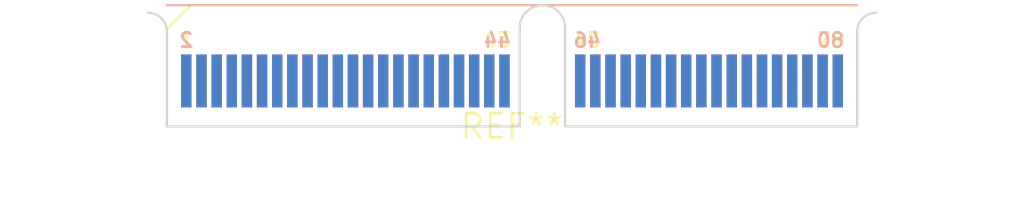
<source format=kicad_pcb>
(kicad_pcb (version 20240108) (generator pcbnew)
  (layers (0 "F.Cu" signal) (31 "B.Cu" signal) (34 "B.Paste" user) (35 "F.Paste" user) (36 "B.SilkS" user "B.Silkscreen") (37 "F.SilkS" user "F.Silkscreen") (38 "B.Mask" user) (39 "F.Mask" user) (44 "Edge.Cuts" user))
  (net 0 "")
  (footprint "Samtec_HSEC8-140-X-X-DV_2x40_P0.8mm_Wing_Edge" (layer "F.Cu") (at 0 0)
    (property "Reference" "REF**")
    (property "Value" "Samtec_HSEC8-140-X-X-DV_2x40_P0.8mm_Wing_Edge")
    (fp_line (start -18.225 -6.4) (end -18.225 -6.4) (layer "B.SilkS") (stroke (width 0.12)))
    (fp_line (start -18.225 -6.4) (end 18.225 -6.4) (layer "B.SilkS") (stroke (width 0.12)))
    (fp_line (start -18.225 -5.13) (end -16.955 -6.4) (layer "F.SilkS") (stroke (width 0.12)))
    (fp_line (start -16.955 -6.4) (end 18.225 -6.4) (layer "F.SilkS") (stroke (width 0.12)))
    (fp_line (start -18.225 -5) (end -18.225 0) (layer "Edge.Cuts") (stroke (width 0.12)))
    (fp_line (start -18.225 0) (end 0.405 0) (layer "Edge.Cuts") (stroke (width 0.12)))
    (fp_line (start 0.405 0) (end 0.405 -5.2) (layer "Edge.Cuts") (stroke (width 0.12)))
    (fp_line (start 2.805 -5.2) (end 2.805 0) (layer "Edge.Cuts") (stroke (width 0.12)))
    (fp_line (start 2.805 0) (end 18.225 0) (layer "Edge.Cuts") (stroke (width 0.12)))
    (fp_line (start 18.225 0) (end 18.225 -5) (layer "Edge.Cuts") (stroke (width 0.12)))
    (fp_arc (start -19.225 -6) (mid -18.517893 -5.707107) (end -18.225 -5) (layer "Edge.Cuts") (stroke (width 0.12)))
    (fp_arc (start 0.405 -5.2) (mid 1.605 -6.4) (end 2.805 -5.2) (layer "Edge.Cuts") (stroke (width 0.12)))
    (fp_arc (start 18.225 -5) (mid 18.517893 -5.707107) (end 19.225 -6) (layer "Edge.Cuts") (stroke (width 0.12)))
    (fp_text user "2" (at -17.2 -4.55 0) (layer "B.SilkS") (effects (font (size 0.75 0.75)) (justify mirror)))
    (fp_text user "80" (at 16.825 -4.55 0) (layer "B.SilkS") (effects (font (size 0.75 0.75)) (justify mirror)))
    (fp_text user "44" (at -0.775 -4.55 0) (layer "B.SilkS") (effects (font (size 0.75 0.75)) (justify mirror)))
    (fp_text user "46" (at 3.975 -4.55 0) (layer "B.SilkS") (effects (font (size 0.75 0.75)) (justify mirror)))
    (fp_text user "1" (at -17.2 -4.55 0) (layer "F.SilkS") (effects (font (size 0.75 0.75))))
    (fp_text user "79" (at 16.825 -4.55 0) (layer "F.SilkS") (effects (font (size 0.75 0.75))))
    (fp_text user "43" (at -0.775 -4.55 0) (layer "F.SilkS") (effects (font (size 0.75 0.75))))
    (fp_text user "45" (at 3.975 -4.55 0) (layer "F.SilkS") (effects (font (size 0.75 0.75))))
    (pad "1" connect rect (at -17.2 -2.4) (size 0.55 2.8) (layers "F.Cu" "F.Mask"))
    (pad "2" connect rect (at -17.2 -2.4) (size 0.55 2.8) (layers "B.Cu" "B.Mask"))
    (pad "3" connect rect (at -16.4 -2.4) (size 0.55 2.8) (layers "F.Cu" "F.Mask"))
    (pad "4" connect rect (at -16.4 -2.4) (size 0.55 2.8) (layers "B.Cu" "B.Mask"))
    (pad "5" connect rect (at -15.6 -2.4) (size 0.55 2.8) (layers "F.Cu" "F.Mask"))
    (pad "6" connect rect (at -15.6 -2.4) (size 0.55 2.8) (layers "B.Cu" "B.Mask"))
    (pad "7" connect rect (at -14.8 -2.4) (size 0.55 2.8) (layers "F.Cu" "F.Mask"))
    (pad "8" connect rect (at -14.8 -2.4) (size 0.55 2.8) (layers "B.Cu" "B.Mask"))
    (pad "9" connect rect (at -14 -2.4) (size 0.55 2.8) (layers "F.Cu" "F.Mask"))
    (pad "10" connect rect (at -14 -2.4) (size 0.55 2.8) (layers "B.Cu" "B.Mask"))
    (pad "11" connect rect (at -13.2 -2.4) (size 0.55 2.8) (layers "F.Cu" "F.Mask"))
    (pad "12" connect rect (at -13.2 -2.4) (size 0.55 2.8) (layers "B.Cu" "B.Mask"))
    (pad "13" connect rect (at -12.4 -2.4) (size 0.55 2.8) (layers "F.Cu" "F.Mask"))
    (pad "14" connect rect (at -12.4 -2.4) (size 0.55 2.8) (layers "B.Cu" "B.Mask"))
    (pad "15" connect rect (at -11.6 -2.4) (size 0.55 2.8) (layers "F.Cu" "F.Mask"))
    (pad "16" connect rect (at -11.6 -2.4) (size 0.55 2.8) (layers "B.Cu" "B.Mask"))
    (pad "17" connect rect (at -10.8 -2.4) (size 0.55 2.8) (layers "F.Cu" "F.Mask"))
    (pad "18" connect rect (at -10.8 -2.4) (size 0.55 2.8) (layers "B.Cu" "B.Mask"))
    (pad "19" connect rect (at -10 -2.4) (size 0.55 2.8) (layers "F.Cu" "F.Mask"))
    (pad "20" connect rect (at -10 -2.4) (size 0.55 2.8) (layers "B.Cu" "B.Mask"))
    (pad "21" connect rect (at -9.2 -2.4) (size 0.55 2.8) (layers "F.Cu" "F.Mask"))
    (pad "22" connect rect (at -9.2 -2.4) (size 0.55 2.8) (layers "B.Cu" "B.Mask"))
    (pad "23" connect rect (at -8.4 -2.4) (size 0.55 2.8) (layers "F.Cu" "F.Mask"))
    (pad "24" connect rect (at -8.4 -2.4) (size 0.55 2.8) (layers "B.Cu" "B.Mask"))
    (pad "25" connect rect (at -7.6 -2.4) (size 0.55 2.8) (layers "F.Cu" "F.Mask"))
    (pad "26" connect rect (at -7.6 -2.4) (size 0.55 2.8) (layers "B.Cu" "B.Mask"))
    (pad "27" connect rect (at -6.8 -2.4) (size 0.55 2.8) (layers "F.Cu" "F.Mask"))
    (pad "28" connect rect (at -6.8 -2.4) (size 0.55 2.8) (layers "B.Cu" "B.Mask"))
    (pad "29" connect rect (at -6 -2.4) (size 0.55 2.8) (layers "F.Cu" "F.Mask"))
    (pad "30" connect rect (at -6 -2.4) (size 0.55 2.8) (layers "B.Cu" "B.Mask"))
    (pad "31" connect rect (at -5.2 -2.4) (size 0.55 2.8) (layers "F.Cu" "F.Mask"))
    (pad "32" connect rect (at -5.2 -2.4) (size 0.55 2.8) (layers "B.Cu" "B.Mask"))
    (pad "33" connect rect (at -4.4 -2.4) (size 0.55 2.8) (layers "F.Cu" "F.Mask"))
    (pad "34" connect rect (at -4.4 -2.4) (size 0.55 2.8) (layers "B.Cu" "B.Mask"))
    (pad "35" connect rect (at -3.6 -2.4) (size 0.55 2.8) (layers "F.Cu" "F.Mask"))
    (pad "36" connect rect (at -3.6 -2.4) (size 0.55 2.8) (layers "B.Cu" "B.Mask"))
    (pad "37" connect rect (at -2.8 -2.4) (size 0.55 2.8) (layers "F.Cu" "F.Mask"))
    (pad "38" connect rect (at -2.8 -2.4) (size 0.55 2.8) (layers "B.Cu" "B.Mask"))
    (pad "39" connect rect (at -2 -2.4) (size 0.55 2.8) (layers "F.Cu" "F.Mask"))
    (pad "40" connect rect (at -2 -2.4) (size 0.55 2.8) (layers "B.Cu" "B.Mask"))
    (pad "41" connect rect (at -1.2 -2.4) (size 0.55 2.8) (layers "F.Cu" "F.Mask"))
    (pad "42" connect rect (at -1.2 -2.4) (size 0.55 2.8) (layers "B.Cu" "B.Mask"))
    (pad "43" connect rect (at -0.4 -2.4) (size 0.55 2.8) (layers "F.Cu" "F.Mask"))
    (pad "44" connect rect (at -0.4 -2.4) (size 0.55 2.8) (layers "B.Cu" "B.Mask"))
    (pad "45" connect rect (at 3.6 -2.4) (size 0.55 2.8) (layers "F.Cu" "F.Mask"))
    (pad "46" connect rect (at 3.6 -2.4) (size 0.55 2.8) (layers "B.Cu" "B.Mask"))
    (pad "47" connect rect (at 4.4 -2.4) (size 0.55 2.8) (layers "F.Cu" "F.Mask"))
    (pad "48" connect rect (at 4.4 -2.4) (size 0.55 2.8) (layers "B.Cu" "B.Mask"))
    (pad "49" connect rect (at 5.2 -2.4) (size 0.55 2.8) (layers "F.Cu" "F.Mask"))
    (pad "50" connect rect (at 5.2 -2.4) (size 0.55 2.8) (layers "B.Cu" "B.Mask"))
    (pad "51" connect rect (at 6 -2.4) (size 0.55 2.8) (layers "F.Cu" "F.Mask"))
    (pad "52" connect rect (at 6 -2.4) (size 0.55 2.8) (layers "B.Cu" "B.Mask"))
    (pad "53" connect rect (at 6.8 -2.4) (size 0.55 2.8) (layers "F.Cu" "F.Mask"))
    (pad "54" connect rect (at 6.8 -2.4) (size 0.55 2.8) (layers "B.Cu" "B.Mask"))
    (pad "55" connect rect (at 7.6 -2.4) (size 0.55 2.8) (layers "F.Cu" "F.Mask"))
    (pad "56" connect rect (at 7.6 -2.4) (size 0.55 2.8) (layers "B.Cu" "B.Mask"))
    (pad "57" connect rect (at 8.4 -2.4) (size 0.55 2.8) (layers "F.Cu" "F.Mask"))
    (pad "58" connect rect (at 8.4 -2.4) (size 0.55 2.8) (layers "B.Cu" "B.Mask"))
    (pad "59" connect rect (at 9.2 -2.4) (size 0.55 2.8) (layers "F.Cu" "F.Mask"))
    (pad "60" connect rect (at 9.2 -2.4) (size 0.55 2.8) (layers "B.Cu" "B.Mask"))
    (pad "61" connect rect (at 10 -2.4) (size 0.55 2.8) (layers "F.Cu" "F.Mask"))
    (pad "62" connect rect (at 10 -2.4) (size 0.55 2.8) (layers "B.Cu" "B.Mask"))
    (pad "63" connect rect (at 10.8 -2.4) (size 0.55 2.8) (layers "F.Cu" "F.Mask"))
    (pad "64" connect rect (at 10.8 -2.4) (size 0.55 2.8) (layers "B.Cu" "B.Mask"))
    (pad "65" connect rect (at 11.6 -2.4) (size 0.55 2.8) (layers "F.Cu" "F.Mask"))
    (pad "66" connect rect (at 11.6 -2.4) (size 0.55 2.8) (layers "B.Cu" "B.Mask"))
    (pad "67" connect rect (at 12.4 -2.4) (size 0.55 2.8) (layers "F.Cu" "F.Mask"))
    (pad "68" connect rect (at 12.4 -2.4) (size 0.55 2.8) (layers "B.Cu" "B.Mask"))
    (pad "69" connect rect (at 13.2 -2.4) (size 0.55 2.8) (layers "F.Cu" "F.Mask"))
    (pad "70" connect rect (at 13.2 -2.4) (size 0.55 2.8) (layers "B.Cu" "B.Mask"))
    (pad "71" connect rect (at 14 -2.4) (size 0.55 2.8) (layers "F.Cu" "F.Mask"))
    (pad "72" connect rect (at 14 -2.4) (size 0.55 2.8) (layers "B.Cu" "B.Mask"))
    (pad "73" connect rect (at 14.8 -2.4) (size 0.55 2.8) (layers "F.Cu" "F.Mask"))
    (pad "74" connect rect (at 14.8 -2.4) (size 0.55 2.8) (layers "B.Cu" "B.Mask"))
    (pad "75" connect rect (at 15.6 -2.4) (size 0.55 2.8) (layers "F.Cu" "F.Mask"))
    (pad "76" connect rect (at 15.6 -2.4) (size 0.55 2.8) (layers "B.Cu" "B.Mask"))
    (pad "77" connect rect (at 16.4 -2.4) (size 0.55 2.8) (layers "F.Cu" "F.Mask"))
    (pad "78" connect rect (at 16.4 -2.4) (size 0.55 2.8) (layers "B.Cu" "B.Mask"))
    (pad "79" connect rect (at 17.2 -2.4) (size 0.55 2.8) (layers "F.Cu" "F.Mask"))
    (pad "80" connect rect (at 17.2 -2.4) (size 0.55 2.8) (layers "B.Cu" "B.Mask"))
  )
)
</source>
